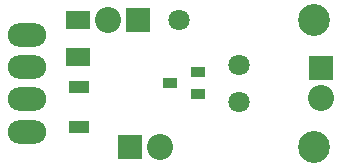
<source format=gbr>
%TF.GenerationSoftware,Novarm,DipTrace,3.0.0.1*%
%TF.CreationDate,2016-04-16T08:32:14+09:00*%
%FSLAX26Y26*%
%MOIN*%
%TF.FileFunction,Soldermask,Bot*%
%TF.Part,Single*%
%ADD24C,0.070866*%
%ADD34C,0.106457*%
%ADD42R,0.078898X0.06315*%
%ADD44R,0.04937X0.033622*%
%ADD46C,0.086772*%
%ADD48O,0.128031X0.078031*%
%ADD50R,0.071024X0.039528*%
%ADD52C,0.086772*%
%ADD54R,0.078898X0.078898*%
G75*
G01*
%LPD*%
D54*
X412500Y-212500D3*
D52*
X512500D3*
D54*
X437500Y212500D3*
D52*
X337500D3*
D50*
X241360Y-12493D3*
Y-146352D3*
D48*
X70005Y-161988D3*
Y54012D3*
Y-53988D3*
Y162012D3*
D54*
X1050000Y50000D3*
D46*
Y-50000D3*
D44*
X637500Y37500D3*
Y-37303D3*
X546949Y98D3*
D42*
X237500Y87500D3*
Y209547D3*
D24*
X575000Y212500D3*
X775000Y62500D3*
Y-62500D3*
D34*
X1025000Y212500D3*
Y-212500D3*
M02*

</source>
